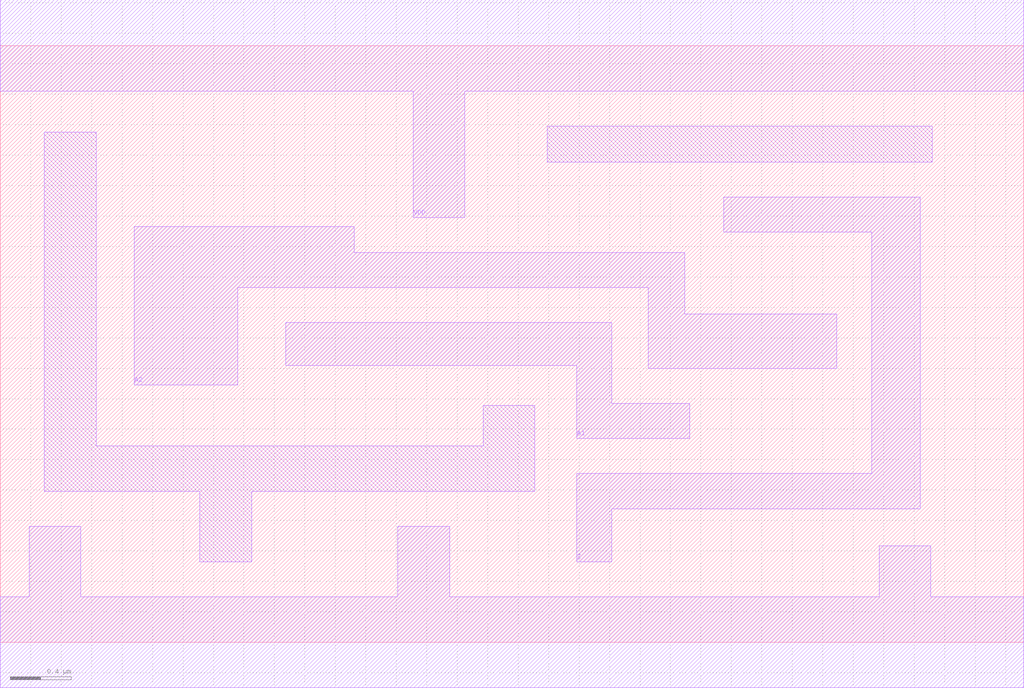
<source format=lef>
# Copyright 2022 GlobalFoundries PDK Authors
#
# Licensed under the Apache License, Version 2.0 (the "License");
# you may not use this file except in compliance with the License.
# You may obtain a copy of the License at
#
#      http://www.apache.org/licenses/LICENSE-2.0
#
# Unless required by applicable law or agreed to in writing, software
# distributed under the License is distributed on an "AS IS" BASIS,
# WITHOUT WARRANTIES OR CONDITIONS OF ANY KIND, either express or implied.
# See the License for the specific language governing permissions and
# limitations under the License.

MACRO gf180mcu_fd_sc_mcu7t5v0__xor2_1
  CLASS core ;
  FOREIGN gf180mcu_fd_sc_mcu7t5v0__xor2_1 0.0 0.0 ;
  ORIGIN 0 0 ;
  SYMMETRY X Y ;
  SITE GF018hv5v_mcu_sc7 ;
  SIZE 6.72 BY 3.92 ;
  PIN A1
    DIRECTION INPUT ;
    ANTENNAGATEAREA 1.598 ;
    PORT
      LAYER Metal1 ;
        POLYGON 1.875 1.82 3.51 1.82 3.785 1.82 3.785 1.34 4.525 1.34 4.525 1.57 4.015 1.57 4.015 2.1 3.51 2.1 1.875 2.1  ;
    END
  END A1
  PIN A2
    DIRECTION INPUT ;
    ANTENNAGATEAREA 1.598 ;
    PORT
      LAYER Metal1 ;
        POLYGON 0.88 1.69 1.56 1.69 1.56 2.33 3.51 2.33 4.255 2.33 4.255 1.8 5.49 1.8 5.49 2.155 4.495 2.155 4.495 2.56 3.51 2.56 2.325 2.56 2.325 2.73 0.88 2.73  ;
    END
  END A2
  PIN Z
    DIRECTION OUTPUT ;
    ANTENNADIFFAREA 1.0608 ;
    PORT
      LAYER Metal1 ;
        POLYGON 4.75 2.695 5.72 2.695 5.72 1.11 3.785 1.11 3.785 0.53 4.015 0.53 4.015 0.875 6.04 0.875 6.04 2.925 4.75 2.925  ;
    END
  END Z
  PIN VDD
    DIRECTION INOUT ;
    USE power ;
    SHAPE ABUTMENT ;
    PORT
      LAYER Metal1 ;
        POLYGON 0 3.62 2.71 3.62 2.71 2.79 3.05 2.79 3.05 3.62 3.51 3.62 6.12 3.62 6.72 3.62 6.72 4.22 6.12 4.22 3.51 4.22 0 4.22  ;
    END
  END VDD
  PIN VSS
    DIRECTION INOUT ;
    USE ground ;
    SHAPE ABUTMENT ;
    PORT
      LAYER Metal1 ;
        POLYGON 0 -0.3 6.72 -0.3 6.72 0.3 6.11 0.3 6.11 0.635 5.77 0.635 5.77 0.3 2.95 0.3 2.95 0.76 2.61 0.76 2.61 0.3 0.53 0.3 0.53 0.76 0.19 0.76 0.19 0.3 0 0.3  ;
    END
  END VSS
  OBS
      LAYER Metal1 ;
        POLYGON 0.29 0.99 1.31 0.99 1.31 0.53 1.65 0.53 1.65 0.99 3.51 0.99 3.51 1.555 3.17 1.555 3.17 1.29 0.63 1.29 0.63 3.35 0.29 3.35  ;
        POLYGON 3.59 3.155 6.12 3.155 6.12 3.39 3.59 3.39  ;
  END
END gf180mcu_fd_sc_mcu7t5v0__xor2_1

</source>
